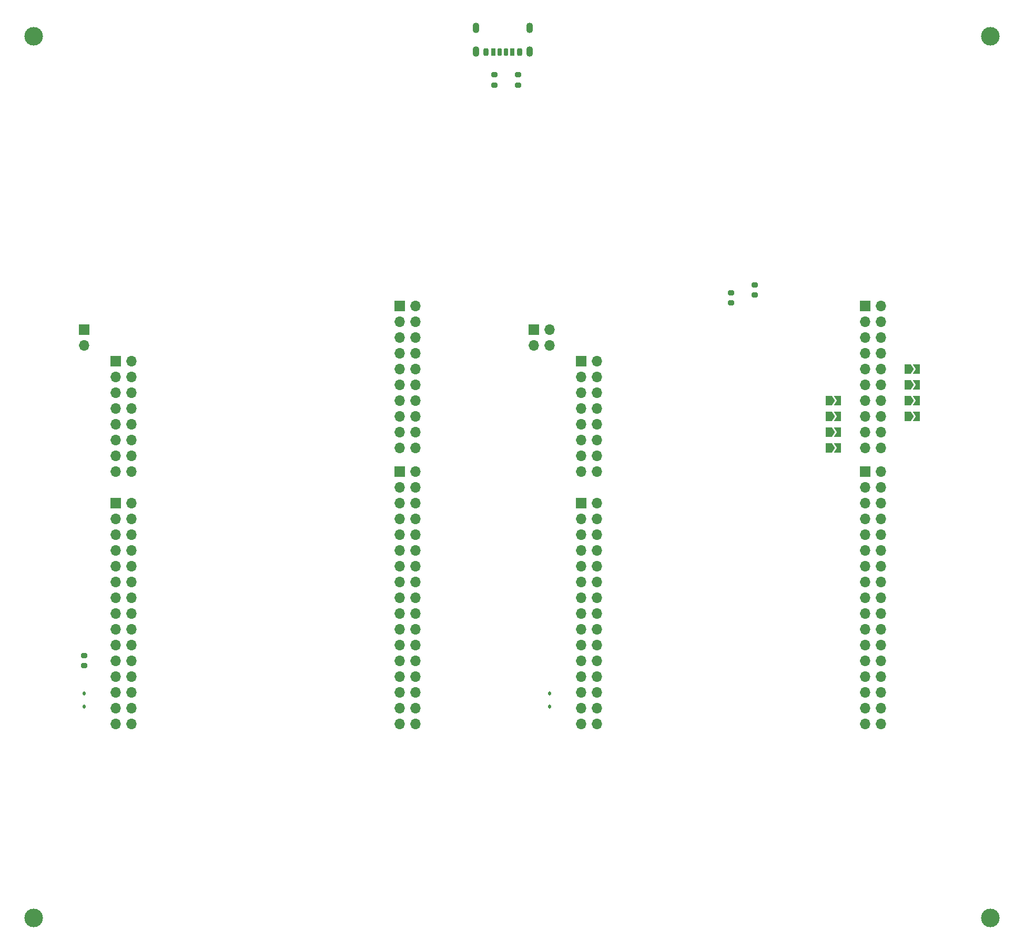
<source format=gbr>
%TF.GenerationSoftware,KiCad,Pcbnew,8.0.4*%
%TF.CreationDate,2025-07-31T13:43:54+02:00*%
%TF.ProjectId,integration_test_board,696e7465-6772-4617-9469-6f6e5f746573,rev?*%
%TF.SameCoordinates,PX1312d00PYaba9500*%
%TF.FileFunction,Soldermask,Top*%
%TF.FilePolarity,Negative*%
%FSLAX46Y46*%
G04 Gerber Fmt 4.6, Leading zero omitted, Abs format (unit mm)*
G04 Created by KiCad (PCBNEW 8.0.4) date 2025-07-31 13:43:54*
%MOMM*%
%LPD*%
G01*
G04 APERTURE LIST*
G04 Aperture macros list*
%AMRoundRect*
0 Rectangle with rounded corners*
0 $1 Rounding radius*
0 $2 $3 $4 $5 $6 $7 $8 $9 X,Y pos of 4 corners*
0 Add a 4 corners polygon primitive as box body*
4,1,4,$2,$3,$4,$5,$6,$7,$8,$9,$2,$3,0*
0 Add four circle primitives for the rounded corners*
1,1,$1+$1,$2,$3*
1,1,$1+$1,$4,$5*
1,1,$1+$1,$6,$7*
1,1,$1+$1,$8,$9*
0 Add four rect primitives between the rounded corners*
20,1,$1+$1,$2,$3,$4,$5,0*
20,1,$1+$1,$4,$5,$6,$7,0*
20,1,$1+$1,$6,$7,$8,$9,0*
20,1,$1+$1,$8,$9,$2,$3,0*%
%AMFreePoly0*
4,1,6,0.500000,-0.750000,-0.650000,-0.750000,-0.150000,0.000000,-0.650000,0.750000,0.500000,0.750000,0.500000,-0.750000,0.500000,-0.750000,$1*%
%AMFreePoly1*
4,1,6,1.000000,0.000000,0.500000,-0.750000,-0.500000,-0.750000,-0.500000,0.750000,0.500000,0.750000,1.000000,0.000000,1.000000,0.000000,$1*%
G04 Aperture macros list end*
%ADD10C,3.000000*%
%ADD11RoundRect,0.200000X-0.275000X0.200000X-0.275000X-0.200000X0.275000X-0.200000X0.275000X0.200000X0*%
%ADD12R,1.700000X1.700000*%
%ADD13O,1.700000X1.700000*%
%ADD14FreePoly0,0.000000*%
%ADD15FreePoly1,0.000000*%
%ADD16O,1.100000X1.700000*%
%ADD17RoundRect,0.200000X0.200000X0.400000X-0.200000X0.400000X-0.200000X-0.400000X0.200000X-0.400000X0*%
%ADD18RoundRect,0.190000X0.190000X0.410000X-0.190000X0.410000X-0.190000X-0.410000X0.190000X-0.410000X0*%
%ADD19RoundRect,0.175000X-0.175000X-0.425000X0.175000X-0.425000X0.175000X0.425000X-0.175000X0.425000X0*%
%ADD20RoundRect,0.200000X-0.200000X-0.400000X0.200000X-0.400000X0.200000X0.400000X-0.200000X0.400000X0*%
%ADD21RoundRect,0.190000X-0.190000X-0.410000X0.190000X-0.410000X0.190000X0.410000X-0.190000X0.410000X0*%
%ADD22RoundRect,0.175000X0.175000X0.425000X-0.175000X0.425000X-0.175000X-0.425000X0.175000X-0.425000X0*%
%ADD23RoundRect,0.112500X0.112500X-0.187500X0.112500X0.187500X-0.112500X0.187500X-0.112500X-0.187500X0*%
G04 APERTURE END LIST*
D10*
%TO.C,H4*%
X158000000Y4000000D03*
%TD*%
%TO.C,H3*%
X158000000Y146000000D03*
%TD*%
%TO.C,H2*%
X4000000Y4000000D03*
%TD*%
%TO.C,H1*%
X4000000Y146000000D03*
%TD*%
D11*
%TO.C,R5*%
X12080000Y46275000D03*
X12080000Y44625000D03*
%TD*%
%TO.C,R4*%
X116220000Y104695000D03*
X116220000Y103045000D03*
%TD*%
%TO.C,R3*%
X120030000Y105965000D03*
X120030000Y104315000D03*
%TD*%
D12*
%TO.C,J10*%
X84470000Y98790000D03*
D13*
X87010000Y98790000D03*
X84470000Y96250000D03*
X87010000Y96250000D03*
%TD*%
D12*
%TO.C,J4*%
X137810000Y102600000D03*
D13*
X140350000Y102600000D03*
X137810000Y100060000D03*
X140350000Y100060000D03*
X137810000Y97520000D03*
X140350000Y97520000D03*
X137810000Y94980000D03*
X140350000Y94980000D03*
X137810000Y92440000D03*
X140350000Y92440000D03*
X137810000Y89900000D03*
X140350000Y89900000D03*
X137810000Y87360000D03*
X140350000Y87360000D03*
X137810000Y84820000D03*
X140350000Y84820000D03*
X137810000Y82280000D03*
X140350000Y82280000D03*
X137810000Y79740000D03*
X140350000Y79740000D03*
%TD*%
D12*
%TO.C,J8*%
X137810000Y75930000D03*
D13*
X140350000Y75930000D03*
X137810000Y73390000D03*
X140350000Y73390000D03*
X137810000Y70850000D03*
X140350000Y70850000D03*
X137810000Y68310000D03*
X140350000Y68310000D03*
X137810000Y65770000D03*
X140350000Y65770000D03*
X137810000Y63230000D03*
X140350000Y63230000D03*
X137810000Y60690000D03*
X140350000Y60690000D03*
X137810000Y58150000D03*
X140350000Y58150000D03*
X137810000Y55610000D03*
X140350000Y55610000D03*
X137810000Y53070000D03*
X140350000Y53070000D03*
X137810000Y50530000D03*
X140350000Y50530000D03*
X137810000Y47990000D03*
X140350000Y47990000D03*
X137810000Y45450000D03*
X140350000Y45450000D03*
X137810000Y42910000D03*
X140350000Y42910000D03*
X137810000Y40370000D03*
X140350000Y40370000D03*
X137810000Y37830000D03*
X140350000Y37830000D03*
X137810000Y35290000D03*
X140350000Y35290000D03*
%TD*%
D12*
%TO.C,J7*%
X62880000Y75930000D03*
D13*
X65420000Y75930000D03*
X62880000Y73390000D03*
X65420000Y73390000D03*
X62880000Y70850000D03*
X65420000Y70850000D03*
X62880000Y68310000D03*
X65420000Y68310000D03*
X62880000Y65770000D03*
X65420000Y65770000D03*
X62880000Y63230000D03*
X65420000Y63230000D03*
X62880000Y60690000D03*
X65420000Y60690000D03*
X62880000Y58150000D03*
X65420000Y58150000D03*
X62880000Y55610000D03*
X65420000Y55610000D03*
X62880000Y53070000D03*
X65420000Y53070000D03*
X62880000Y50530000D03*
X65420000Y50530000D03*
X62880000Y47990000D03*
X65420000Y47990000D03*
X62880000Y45450000D03*
X65420000Y45450000D03*
X62880000Y42910000D03*
X65420000Y42910000D03*
X62880000Y40370000D03*
X65420000Y40370000D03*
X62880000Y37830000D03*
X65420000Y37830000D03*
X62880000Y35290000D03*
X65420000Y35290000D03*
%TD*%
D12*
%TO.C,J6*%
X92090000Y70850000D03*
D13*
X94630000Y70850000D03*
X92090000Y68310000D03*
X94630000Y68310000D03*
X92090000Y65770000D03*
X94630000Y65770000D03*
X92090000Y63230000D03*
X94630000Y63230000D03*
X92090000Y60690000D03*
X94630000Y60690000D03*
X92090000Y58150000D03*
X94630000Y58150000D03*
X92090000Y55610000D03*
X94630000Y55610000D03*
X92090000Y53070000D03*
X94630000Y53070000D03*
X92090000Y50530000D03*
X94630000Y50530000D03*
X92090000Y47990000D03*
X94630000Y47990000D03*
X92090000Y45450000D03*
X94630000Y45450000D03*
X92090000Y42910000D03*
X94630000Y42910000D03*
X92090000Y40370000D03*
X94630000Y40370000D03*
X92090000Y37830000D03*
X94630000Y37830000D03*
X92090000Y35290000D03*
X94630000Y35290000D03*
%TD*%
D12*
%TO.C,J5*%
X17160000Y70850000D03*
D13*
X19700000Y70850000D03*
X17160000Y68310000D03*
X19700000Y68310000D03*
X17160000Y65770000D03*
X19700000Y65770000D03*
X17160000Y63230000D03*
X19700000Y63230000D03*
X17160000Y60690000D03*
X19700000Y60690000D03*
X17160000Y58150000D03*
X19700000Y58150000D03*
X17160000Y55610000D03*
X19700000Y55610000D03*
X17160000Y53070000D03*
X19700000Y53070000D03*
X17160000Y50530000D03*
X19700000Y50530000D03*
X17160000Y47990000D03*
X19700000Y47990000D03*
X17160000Y45450000D03*
X19700000Y45450000D03*
X17160000Y42910000D03*
X19700000Y42910000D03*
X17160000Y40370000D03*
X19700000Y40370000D03*
X17160000Y37830000D03*
X19700000Y37830000D03*
X17160000Y35290000D03*
X19700000Y35290000D03*
%TD*%
D11*
%TO.C,R2*%
X81930000Y138160000D03*
X81930000Y139810000D03*
%TD*%
%TO.C,R1*%
X78120000Y138160000D03*
X78120000Y139810000D03*
%TD*%
D14*
%TO.C,JP8*%
X133455000Y79740000D03*
D15*
X132005000Y79740000D03*
%TD*%
D14*
%TO.C,JP7*%
X133455000Y82280000D03*
D15*
X132005000Y82280000D03*
%TD*%
D14*
%TO.C,JP6*%
X133455000Y84820000D03*
D15*
X132005000Y84820000D03*
%TD*%
D14*
%TO.C,JP5*%
X133455000Y87360000D03*
D15*
X132005000Y87360000D03*
%TD*%
%TO.C,JP4*%
X144705000Y92440000D03*
D14*
X146155000Y92440000D03*
%TD*%
%TO.C,JP3*%
X146155000Y89900000D03*
D15*
X144705000Y89900000D03*
%TD*%
D14*
%TO.C,JP2*%
X146155000Y87360000D03*
D15*
X144705000Y87360000D03*
%TD*%
D14*
%TO.C,JP1*%
X146155000Y84820000D03*
D15*
X144705000Y84820000D03*
%TD*%
D16*
%TO.C,J11*%
X75197000Y147342000D03*
X75197000Y143542000D03*
X83837000Y147342000D03*
X83837000Y143542000D03*
D17*
X82267000Y143462000D03*
D18*
X81037000Y143462000D03*
D19*
X79017000Y143462000D03*
D20*
X76767000Y143462000D03*
D21*
X77997000Y143462000D03*
D22*
X80017000Y143462000D03*
%TD*%
D13*
%TO.C,J9*%
X12080000Y96250000D03*
D12*
X12080000Y98790000D03*
%TD*%
%TO.C,J2*%
X92090000Y93710000D03*
D13*
X94630000Y93710000D03*
X92090000Y91170000D03*
X94630000Y91170000D03*
X92090000Y88630000D03*
X94630000Y88630000D03*
X92090000Y86090000D03*
X94630000Y86090000D03*
X92090000Y83550000D03*
X94630000Y83550000D03*
X92090000Y81010000D03*
X94630000Y81010000D03*
X92090000Y78470000D03*
X94630000Y78470000D03*
X92090000Y75930000D03*
X94630000Y75930000D03*
%TD*%
D23*
%TO.C,D2*%
X12080000Y40150000D03*
X12080000Y38050000D03*
%TD*%
%TO.C,D1*%
X87010000Y40150000D03*
X87010000Y38050000D03*
%TD*%
D12*
%TO.C,J3*%
X62880000Y102600000D03*
D13*
X65420000Y102600000D03*
X62880000Y100060000D03*
X65420000Y100060000D03*
X62880000Y97520000D03*
X65420000Y97520000D03*
X62880000Y94980000D03*
X65420000Y94980000D03*
X62880000Y92440000D03*
X65420000Y92440000D03*
X62880000Y89900000D03*
X65420000Y89900000D03*
X62880000Y87360000D03*
X65420000Y87360000D03*
X62880000Y84820000D03*
X65420000Y84820000D03*
X62880000Y82280000D03*
X65420000Y82280000D03*
X62880000Y79740000D03*
X65420000Y79740000D03*
%TD*%
D12*
%TO.C,J1*%
X17160000Y93710000D03*
D13*
X19700000Y93710000D03*
X17160000Y91170000D03*
X19700000Y91170000D03*
X17160000Y88630000D03*
X19700000Y88630000D03*
X17160000Y86090000D03*
X19700000Y86090000D03*
X17160000Y83550000D03*
X19700000Y83550000D03*
X17160000Y81010000D03*
X19700000Y81010000D03*
X17160000Y78470000D03*
X19700000Y78470000D03*
X17160000Y75930000D03*
X19700000Y75930000D03*
%TD*%
M02*

</source>
